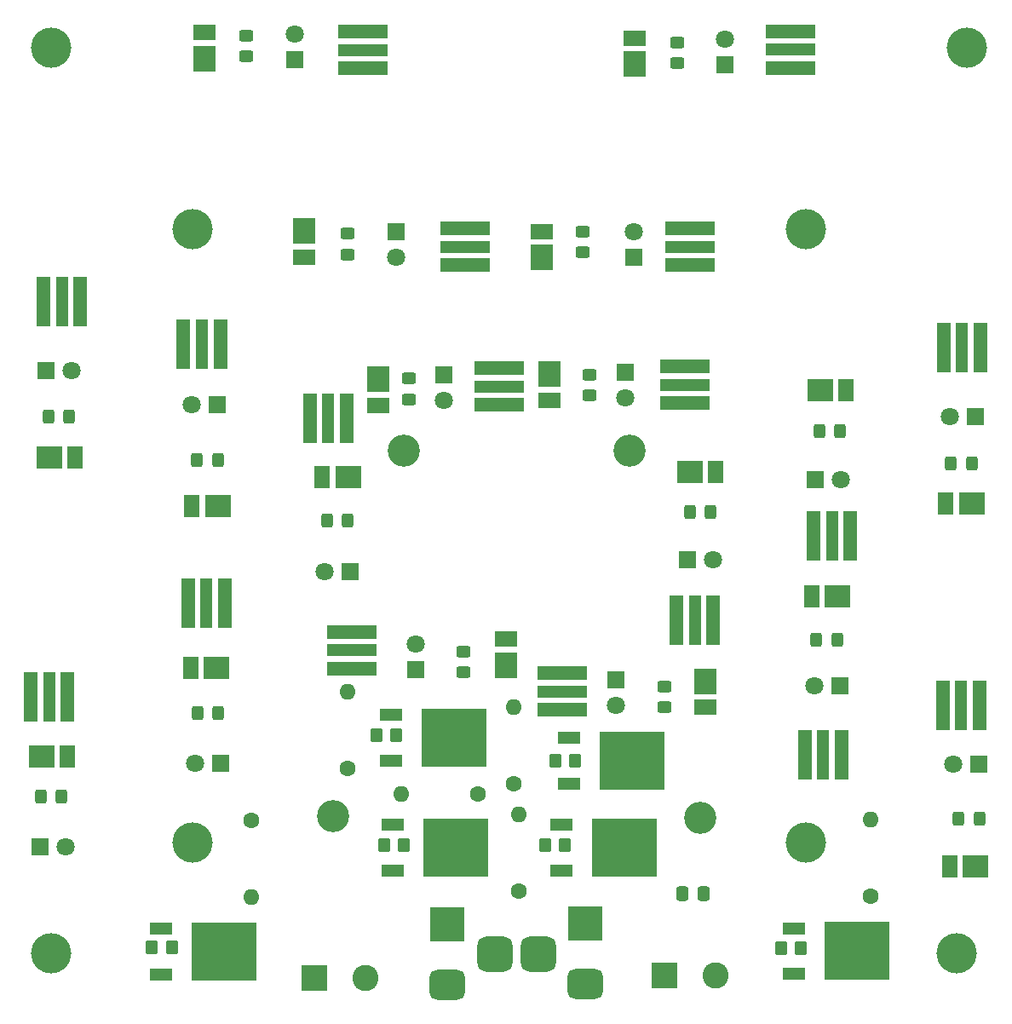
<source format=gbr>
%TF.GenerationSoftware,KiCad,Pcbnew,(6.0.11)*%
%TF.CreationDate,2023-06-08T13:50:34-05:00*%
%TF.ProjectId,LEDpanel,4c454470-616e-4656-9c2e-6b696361645f,rev?*%
%TF.SameCoordinates,Original*%
%TF.FileFunction,Soldermask,Top*%
%TF.FilePolarity,Negative*%
%FSLAX46Y46*%
G04 Gerber Fmt 4.6, Leading zero omitted, Abs format (unit mm)*
G04 Created by KiCad (PCBNEW (6.0.11)) date 2023-06-08 13:50:34*
%MOMM*%
%LPD*%
G01*
G04 APERTURE LIST*
G04 Aperture macros list*
%AMRoundRect*
0 Rectangle with rounded corners*
0 $1 Rounding radius*
0 $2 $3 $4 $5 $6 $7 $8 $9 X,Y pos of 4 corners*
0 Add a 4 corners polygon primitive as box body*
4,1,4,$2,$3,$4,$5,$6,$7,$8,$9,$2,$3,0*
0 Add four circle primitives for the rounded corners*
1,1,$1+$1,$2,$3*
1,1,$1+$1,$4,$5*
1,1,$1+$1,$6,$7*
1,1,$1+$1,$8,$9*
0 Add four rect primitives between the rounded corners*
20,1,$1+$1,$2,$3,$4,$5,0*
20,1,$1+$1,$4,$5,$6,$7,0*
20,1,$1+$1,$6,$7,$8,$9,0*
20,1,$1+$1,$8,$9,$2,$3,0*%
G04 Aperture macros list end*
%ADD10R,2.200000X1.200000*%
%ADD11R,6.400000X5.800000*%
%ADD12R,1.350000X5.000000*%
%ADD13R,1.300000X5.000000*%
%ADD14R,1.800000X1.800000*%
%ADD15C,1.800000*%
%ADD16RoundRect,0.250000X-0.325000X-0.450000X0.325000X-0.450000X0.325000X0.450000X-0.325000X0.450000X0*%
%ADD17R,5.000000X1.350000*%
%ADD18R,5.000000X1.300000*%
%ADD19R,3.500000X3.500000*%
%ADD20RoundRect,0.750000X1.000000X-0.750000X1.000000X0.750000X-1.000000X0.750000X-1.000000X-0.750000X0*%
%ADD21RoundRect,0.875000X0.875000X-0.875000X0.875000X0.875000X-0.875000X0.875000X-0.875000X-0.875000X0*%
%ADD22C,3.200000*%
%ADD23RoundRect,0.250000X-0.450000X0.325000X-0.450000X-0.325000X0.450000X-0.325000X0.450000X0.325000X0*%
%ADD24R,2.200000X2.500000*%
%ADD25R,2.200000X1.550000*%
%ADD26C,4.000000*%
%ADD27R,2.500000X2.200000*%
%ADD28R,1.550000X2.200000*%
%ADD29R,2.600000X2.600000*%
%ADD30C,2.600000*%
%ADD31RoundRect,0.250000X-0.350000X-0.450000X0.350000X-0.450000X0.350000X0.450000X-0.350000X0.450000X0*%
%ADD32RoundRect,0.250000X0.337500X0.475000X-0.337500X0.475000X-0.337500X-0.475000X0.337500X-0.475000X0*%
%ADD33RoundRect,0.250000X0.350000X0.450000X-0.350000X0.450000X-0.350000X-0.450000X0.350000X-0.450000X0*%
%ADD34RoundRect,0.250000X0.325000X0.450000X-0.325000X0.450000X-0.325000X-0.450000X0.325000X-0.450000X0*%
%ADD35RoundRect,0.250000X0.450000X-0.325000X0.450000X0.325000X-0.450000X0.325000X-0.450000X-0.325000X0*%
%ADD36C,1.600000*%
%ADD37O,1.600000X1.600000*%
G04 APERTURE END LIST*
D10*
%TO.C,U2*%
X63904000Y-107194000D03*
D11*
X70204000Y-109474000D03*
D10*
X63904000Y-111754000D03*
%TD*%
D12*
%TO.C,D63*%
X47231000Y-85192000D03*
X43581000Y-85192000D03*
D13*
X45406000Y-85192000D03*
%TD*%
D14*
%TO.C,D18*%
X54200000Y-31200000D03*
D15*
X54200000Y-28660000D03*
%TD*%
D16*
%TO.C,D32*%
X28950000Y-104425000D03*
X31000000Y-104425000D03*
%TD*%
D17*
%TO.C,D65*%
X92996000Y-61675000D03*
X92996000Y-65325000D03*
D18*
X92996000Y-63500000D03*
%TD*%
D19*
%TO.C,J1*%
X69374000Y-117094000D03*
D20*
X69374000Y-123094000D03*
D21*
X74074000Y-120094000D03*
%TD*%
D14*
%TO.C,D3*%
X122200000Y-101200000D03*
D15*
X119660000Y-101200000D03*
%TD*%
D22*
%TO.C,H2*%
X87500000Y-70000000D03*
%TD*%
D23*
%TO.C,D29*%
X65500000Y-62875000D03*
X65500000Y-64925000D03*
%TD*%
D17*
%TO.C,D58*%
X71120000Y-47959000D03*
X71120000Y-51609000D03*
D18*
X71120000Y-49784000D03*
%TD*%
D24*
%TO.C,D49*%
X87983000Y-31640000D03*
D25*
X87983000Y-29065000D03*
%TD*%
D14*
%TO.C,D9*%
X108336000Y-93384000D03*
D15*
X105796000Y-93384000D03*
%TD*%
D14*
%TO.C,D45*%
X66224500Y-91827000D03*
D15*
X66224500Y-89287000D03*
%TD*%
D26*
%TO.C,H11*%
X30000000Y-120000000D03*
%TD*%
D24*
%TO.C,D22*%
X78740000Y-50834000D03*
D25*
X78740000Y-48259000D03*
%TD*%
D12*
%TO.C,D60*%
X105780000Y-78486000D03*
X109430000Y-78486000D03*
D13*
X107605000Y-78486000D03*
%TD*%
D23*
%TO.C,D26*%
X83500000Y-62475000D03*
X83500000Y-64525000D03*
%TD*%
D24*
%TO.C,D25*%
X79500000Y-62450000D03*
D25*
X79500000Y-65025000D03*
%TD*%
D16*
%TO.C,D35*%
X106326000Y-68072000D03*
X108376000Y-68072000D03*
%TD*%
D10*
%TO.C,U4*%
X63733000Y-96271000D03*
D11*
X70033000Y-98551000D03*
D10*
X63733000Y-100831000D03*
%TD*%
D27*
%TO.C,D40*%
X93470000Y-72136000D03*
D28*
X96045000Y-72136000D03*
%TD*%
D24*
%TO.C,D13*%
X95028000Y-92964000D03*
D25*
X95028000Y-95539000D03*
%TD*%
D14*
%TO.C,D39*%
X46860000Y-101110000D03*
D15*
X44320000Y-101110000D03*
%TD*%
D10*
%TO.C,U1*%
X103800000Y-117495000D03*
D11*
X110100000Y-119775000D03*
D10*
X103800000Y-122055000D03*
%TD*%
D29*
%TO.C,J3*%
X56166000Y-122428000D03*
D30*
X61246000Y-122428000D03*
%TD*%
D31*
%TO.C,R3*%
X79042000Y-109220000D03*
X81042000Y-109220000D03*
%TD*%
D27*
%TO.C,D46*%
X29800000Y-70750000D03*
D28*
X32375000Y-70750000D03*
%TD*%
D27*
%TO.C,D37*%
X46410000Y-91610000D03*
D28*
X43835000Y-91610000D03*
%TD*%
D31*
%TO.C,R1*%
X102500000Y-119450000D03*
X104500000Y-119450000D03*
%TD*%
D32*
%TO.C,C1*%
X94795500Y-114046000D03*
X92720500Y-114046000D03*
%TD*%
D24*
%TO.C,D16*%
X45200000Y-31050000D03*
D25*
X45200000Y-28475000D03*
%TD*%
D33*
%TO.C,R4*%
X64278000Y-98298000D03*
X62278000Y-98298000D03*
%TD*%
D17*
%TO.C,D62*%
X93472000Y-51609000D03*
X93472000Y-47959000D03*
D18*
X93472000Y-49784000D03*
%TD*%
D16*
%TO.C,D47*%
X29725000Y-66650000D03*
X31775000Y-66650000D03*
%TD*%
D27*
%TO.C,D34*%
X106391000Y-64008000D03*
D28*
X108966000Y-64008000D03*
%TD*%
D34*
%TO.C,D38*%
X46555000Y-96110000D03*
X44505000Y-96110000D03*
%TD*%
D14*
%TO.C,D36*%
X105941000Y-72898000D03*
D15*
X108481000Y-72898000D03*
%TD*%
D16*
%TO.C,D41*%
X93495000Y-76136000D03*
X95545000Y-76136000D03*
%TD*%
D23*
%TO.C,D20*%
X59436000Y-48475000D03*
X59436000Y-50525000D03*
%TD*%
D34*
%TO.C,D11*%
X59477000Y-76962000D03*
X57427000Y-76962000D03*
%TD*%
D35*
%TO.C,D44*%
X70974500Y-92077000D03*
X70974500Y-90027000D03*
%TD*%
D26*
%TO.C,H12*%
X44000000Y-109000000D03*
%TD*%
D14*
%TO.C,D33*%
X28885000Y-109425000D03*
D15*
X31425000Y-109425000D03*
%TD*%
D36*
%TO.C,R9*%
X59468000Y-101600000D03*
D37*
X59468000Y-93980000D03*
%TD*%
D31*
%TO.C,R2*%
X63040000Y-109220000D03*
X65040000Y-109220000D03*
%TD*%
D36*
%TO.C,R10*%
X75978000Y-103124000D03*
D37*
X75978000Y-95504000D03*
%TD*%
D27*
%TO.C,D31*%
X29005000Y-100425000D03*
D28*
X31580000Y-100425000D03*
%TD*%
D12*
%TO.C,D56*%
X46783000Y-59436000D03*
X43133000Y-59436000D03*
D13*
X44958000Y-59436000D03*
%TD*%
D35*
%TO.C,D17*%
X49400000Y-30825000D03*
X49400000Y-28775000D03*
%TD*%
D36*
%TO.C,R12*%
X49900000Y-106800000D03*
D37*
X49900000Y-114420000D03*
%TD*%
D34*
%TO.C,D5*%
X46525000Y-71000000D03*
X44475000Y-71000000D03*
%TD*%
%TO.C,D53*%
X121462000Y-71314500D03*
X119412000Y-71314500D03*
%TD*%
D22*
%TO.C,H3*%
X58000000Y-106330000D03*
%TD*%
D24*
%TO.C,D28*%
X62500000Y-62950000D03*
D25*
X62500000Y-65525000D03*
%TD*%
D26*
%TO.C,H1*%
X105000000Y-48000000D03*
%TD*%
D27*
%TO.C,D7*%
X108116000Y-84494000D03*
D28*
X105541000Y-84494000D03*
%TD*%
D33*
%TO.C,R11*%
X42000000Y-119400000D03*
X40000000Y-119400000D03*
%TD*%
D35*
%TO.C,D23*%
X82804000Y-50301000D03*
X82804000Y-48251000D03*
%TD*%
D24*
%TO.C,D43*%
X75224500Y-91352000D03*
D25*
X75224500Y-88777000D03*
%TD*%
D22*
%TO.C,H10*%
X94500000Y-106500000D03*
%TD*%
D14*
%TO.C,D27*%
X87000000Y-62230000D03*
D15*
X87000000Y-64770000D03*
%TD*%
D26*
%TO.C,H9*%
X44000000Y-48000000D03*
%TD*%
D14*
%TO.C,D6*%
X46500000Y-65500000D03*
D15*
X43960000Y-65500000D03*
%TD*%
D34*
%TO.C,D2*%
X122225000Y-106625000D03*
X120175000Y-106625000D03*
%TD*%
D33*
%TO.C,R5*%
X82058000Y-100838000D03*
X80058000Y-100838000D03*
%TD*%
D27*
%TO.C,D1*%
X121850000Y-111350000D03*
D28*
X119275000Y-111350000D03*
%TD*%
D12*
%TO.C,D59*%
X27963000Y-94469000D03*
X31613000Y-94469000D03*
D13*
X29788000Y-94469000D03*
%TD*%
D14*
%TO.C,D12*%
X59722000Y-82042000D03*
D15*
X57182000Y-82042000D03*
%TD*%
D14*
%TO.C,D15*%
X86138000Y-92770000D03*
D15*
X86138000Y-95310000D03*
%TD*%
D36*
%TO.C,R6*%
X111400000Y-114300000D03*
D37*
X111400000Y-106680000D03*
%TD*%
D27*
%TO.C,D4*%
X46550000Y-75500000D03*
D28*
X43975000Y-75500000D03*
%TD*%
D27*
%TO.C,D10*%
X59502000Y-72644000D03*
D28*
X56927000Y-72644000D03*
%TD*%
D12*
%TO.C,D70*%
X29218000Y-55207000D03*
X32868000Y-55207000D03*
D13*
X31043000Y-55207000D03*
%TD*%
D14*
%TO.C,D51*%
X96908000Y-31665000D03*
D15*
X96908000Y-29125000D03*
%TD*%
D35*
%TO.C,D50*%
X92183000Y-31490000D03*
X92183000Y-29440000D03*
%TD*%
D27*
%TO.C,D52*%
X121487000Y-75314500D03*
D28*
X118912000Y-75314500D03*
%TD*%
D26*
%TO.C,H4*%
X30000000Y-30000000D03*
%TD*%
D14*
%TO.C,D21*%
X64262000Y-48260000D03*
D15*
X64262000Y-50800000D03*
%TD*%
D10*
%TO.C,U5*%
X81430000Y-98558000D03*
D11*
X87730000Y-100838000D03*
D10*
X81430000Y-103118000D03*
%TD*%
D26*
%TO.C,H7*%
X105000000Y-109000000D03*
%TD*%
D23*
%TO.C,D14*%
X90964000Y-93463000D03*
X90964000Y-95513000D03*
%TD*%
D12*
%TO.C,D55*%
X122245000Y-95325000D03*
X118595000Y-95325000D03*
D13*
X120420000Y-95325000D03*
%TD*%
D34*
%TO.C,D8*%
X108091000Y-88812000D03*
X106041000Y-88812000D03*
%TD*%
D12*
%TO.C,D61*%
X108541000Y-100242000D03*
X104891000Y-100242000D03*
D13*
X106716000Y-100242000D03*
%TD*%
D17*
%TO.C,D68*%
X74500000Y-61850000D03*
X74500000Y-65500000D03*
D18*
X74500000Y-63675000D03*
%TD*%
D12*
%TO.C,D66*%
X92140000Y-86868000D03*
X95790000Y-86868000D03*
D13*
X93965000Y-86868000D03*
%TD*%
D14*
%TO.C,D54*%
X121862000Y-66664500D03*
D15*
X119322000Y-66664500D03*
%TD*%
D14*
%TO.C,D42*%
X93250000Y-80860000D03*
D15*
X95790000Y-80860000D03*
%TD*%
D29*
%TO.C,SW1*%
X90964000Y-122174000D03*
D30*
X96044000Y-122174000D03*
%TD*%
D17*
%TO.C,D57*%
X60960000Y-32051000D03*
X60960000Y-28401000D03*
D18*
X60960000Y-30226000D03*
%TD*%
D12*
%TO.C,D64*%
X59325000Y-66802000D03*
X55675000Y-66802000D03*
D13*
X57500000Y-66802000D03*
%TD*%
D10*
%TO.C,U3*%
X80668000Y-107194000D03*
D11*
X86968000Y-109474000D03*
D10*
X80668000Y-111754000D03*
%TD*%
D14*
%TO.C,D30*%
X69000000Y-62500000D03*
D15*
X69000000Y-65040000D03*
%TD*%
D12*
%TO.C,D72*%
X122325000Y-59754500D03*
X118675000Y-59754500D03*
D13*
X120500000Y-59754500D03*
%TD*%
D17*
%TO.C,D69*%
X59866500Y-91694000D03*
X59866500Y-88044000D03*
D18*
X59866500Y-89869000D03*
%TD*%
D10*
%TO.C,U6*%
X40900000Y-117520000D03*
D11*
X47200000Y-119800000D03*
D10*
X40900000Y-122080000D03*
%TD*%
D26*
%TO.C,H5*%
X120000000Y-120000000D03*
%TD*%
D17*
%TO.C,D71*%
X103450000Y-32000000D03*
X103450000Y-28350000D03*
D18*
X103450000Y-30175000D03*
%TD*%
D36*
%TO.C,R7*%
X72422000Y-104140000D03*
D37*
X64802000Y-104140000D03*
%TD*%
D24*
%TO.C,D19*%
X55118000Y-48226000D03*
D25*
X55118000Y-50801000D03*
%TD*%
D36*
%TO.C,R8*%
X76486000Y-113792000D03*
D37*
X76486000Y-106172000D03*
%TD*%
D26*
%TO.C,H6*%
X121000000Y-30000000D03*
%TD*%
D14*
%TO.C,D48*%
X29450000Y-62050000D03*
D15*
X31990000Y-62050000D03*
%TD*%
D22*
%TO.C,H8*%
X65000000Y-70000000D03*
%TD*%
D14*
%TO.C,D24*%
X87884000Y-50800000D03*
D15*
X87884000Y-48260000D03*
%TD*%
D17*
%TO.C,D67*%
X80804000Y-92155000D03*
X80804000Y-95805000D03*
D18*
X80804000Y-93980000D03*
%TD*%
D19*
%TO.C,J2*%
X83090000Y-117043200D03*
D20*
X83090000Y-123043200D03*
D21*
X78390000Y-120043200D03*
%TD*%
M02*

</source>
